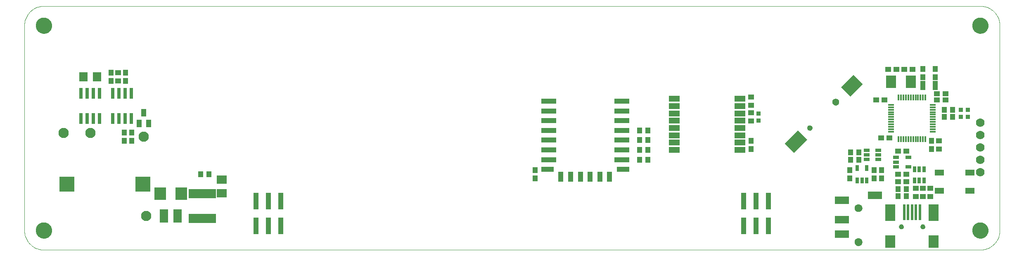
<source format=gts>
G75*
G70*
%OFA0B0*%
%FSLAX24Y24*%
%IPPOS*%
%LPD*%
%AMOC8*
5,1,8,0,0,1.08239X$1,22.5*
%
%ADD10C,0.0000*%
%ADD11C,0.1300*%
%ADD12R,0.0473X0.0434*%
%ADD13R,0.1064X0.1516*%
%ADD14R,0.1064X0.1418*%
%ADD15C,0.0434*%
%ADD16C,0.0552*%
%ADD17R,0.0434X0.0473*%
%ADD18R,0.0355X0.0355*%
%ADD19R,0.0827X0.1024*%
%ADD20R,0.0827X0.1339*%
%ADD21R,0.0237X0.1260*%
%ADD22C,0.0394*%
%ADD23R,0.0512X0.0257*%
%ADD24R,0.1221X0.1221*%
%ADD25R,0.0276X0.0906*%
%ADD26R,0.0434X0.0591*%
%ADD27R,0.0670X0.0750*%
%ADD28C,0.0827*%
%ADD29R,0.0946X0.1024*%
%ADD30R,0.2205X0.0768*%
%ADD31R,0.0670X0.1103*%
%ADD32R,0.0827X0.0670*%
%ADD33R,0.0749X0.0473*%
%ADD34R,0.0158X0.0512*%
%ADD35R,0.0512X0.0158*%
%ADD36C,0.0700*%
%ADD37R,0.0276X0.0512*%
%ADD38R,0.0512X0.0276*%
%ADD39R,0.1142X0.0631*%
%ADD40C,0.0631*%
%ADD41R,0.0827X0.0985*%
%ADD42R,0.0257X0.0512*%
%ADD43R,0.0434X0.0749*%
%ADD44R,0.0900X0.0460*%
%ADD45R,0.0440X0.1340*%
%ADD46R,0.0434X0.0827*%
%ADD47R,0.1024X0.0434*%
%ADD48R,0.1221X0.0434*%
D10*
X001725Y000937D02*
X077315Y000937D01*
X076685Y002512D02*
X076687Y002562D01*
X076693Y002612D01*
X076703Y002661D01*
X076717Y002709D01*
X076734Y002756D01*
X076755Y002801D01*
X076780Y002845D01*
X076808Y002886D01*
X076840Y002925D01*
X076874Y002962D01*
X076911Y002996D01*
X076951Y003026D01*
X076993Y003053D01*
X077037Y003077D01*
X077083Y003098D01*
X077130Y003114D01*
X077178Y003127D01*
X077228Y003136D01*
X077277Y003141D01*
X077328Y003142D01*
X077378Y003139D01*
X077427Y003132D01*
X077476Y003121D01*
X077524Y003106D01*
X077570Y003088D01*
X077615Y003066D01*
X077658Y003040D01*
X077699Y003011D01*
X077738Y002979D01*
X077774Y002944D01*
X077806Y002906D01*
X077836Y002866D01*
X077863Y002823D01*
X077886Y002779D01*
X077905Y002733D01*
X077921Y002685D01*
X077933Y002636D01*
X077941Y002587D01*
X077945Y002537D01*
X077945Y002487D01*
X077941Y002437D01*
X077933Y002388D01*
X077921Y002339D01*
X077905Y002291D01*
X077886Y002245D01*
X077863Y002201D01*
X077836Y002158D01*
X077806Y002118D01*
X077774Y002080D01*
X077738Y002045D01*
X077699Y002013D01*
X077658Y001984D01*
X077615Y001958D01*
X077570Y001936D01*
X077524Y001918D01*
X077476Y001903D01*
X077427Y001892D01*
X077378Y001885D01*
X077328Y001882D01*
X077277Y001883D01*
X077228Y001888D01*
X077178Y001897D01*
X077130Y001910D01*
X077083Y001926D01*
X077037Y001947D01*
X076993Y001971D01*
X076951Y001998D01*
X076911Y002028D01*
X076874Y002062D01*
X076840Y002099D01*
X076808Y002138D01*
X076780Y002179D01*
X076755Y002223D01*
X076734Y002268D01*
X076717Y002315D01*
X076703Y002363D01*
X076693Y002412D01*
X076687Y002462D01*
X076685Y002512D01*
X077315Y000937D02*
X077392Y000939D01*
X077469Y000945D01*
X077546Y000954D01*
X077622Y000967D01*
X077698Y000984D01*
X077772Y001005D01*
X077846Y001029D01*
X077918Y001057D01*
X077988Y001088D01*
X078057Y001123D01*
X078125Y001161D01*
X078190Y001202D01*
X078253Y001247D01*
X078314Y001295D01*
X078373Y001345D01*
X078429Y001398D01*
X078482Y001454D01*
X078532Y001513D01*
X078580Y001574D01*
X078625Y001637D01*
X078666Y001702D01*
X078704Y001770D01*
X078739Y001839D01*
X078770Y001909D01*
X078798Y001981D01*
X078822Y002055D01*
X078843Y002129D01*
X078860Y002205D01*
X078873Y002281D01*
X078882Y002358D01*
X078888Y002435D01*
X078890Y002512D01*
X078890Y019048D01*
X076685Y019048D02*
X076687Y019098D01*
X076693Y019148D01*
X076703Y019197D01*
X076717Y019245D01*
X076734Y019292D01*
X076755Y019337D01*
X076780Y019381D01*
X076808Y019422D01*
X076840Y019461D01*
X076874Y019498D01*
X076911Y019532D01*
X076951Y019562D01*
X076993Y019589D01*
X077037Y019613D01*
X077083Y019634D01*
X077130Y019650D01*
X077178Y019663D01*
X077228Y019672D01*
X077277Y019677D01*
X077328Y019678D01*
X077378Y019675D01*
X077427Y019668D01*
X077476Y019657D01*
X077524Y019642D01*
X077570Y019624D01*
X077615Y019602D01*
X077658Y019576D01*
X077699Y019547D01*
X077738Y019515D01*
X077774Y019480D01*
X077806Y019442D01*
X077836Y019402D01*
X077863Y019359D01*
X077886Y019315D01*
X077905Y019269D01*
X077921Y019221D01*
X077933Y019172D01*
X077941Y019123D01*
X077945Y019073D01*
X077945Y019023D01*
X077941Y018973D01*
X077933Y018924D01*
X077921Y018875D01*
X077905Y018827D01*
X077886Y018781D01*
X077863Y018737D01*
X077836Y018694D01*
X077806Y018654D01*
X077774Y018616D01*
X077738Y018581D01*
X077699Y018549D01*
X077658Y018520D01*
X077615Y018494D01*
X077570Y018472D01*
X077524Y018454D01*
X077476Y018439D01*
X077427Y018428D01*
X077378Y018421D01*
X077328Y018418D01*
X077277Y018419D01*
X077228Y018424D01*
X077178Y018433D01*
X077130Y018446D01*
X077083Y018462D01*
X077037Y018483D01*
X076993Y018507D01*
X076951Y018534D01*
X076911Y018564D01*
X076874Y018598D01*
X076840Y018635D01*
X076808Y018674D01*
X076780Y018715D01*
X076755Y018759D01*
X076734Y018804D01*
X076717Y018851D01*
X076703Y018899D01*
X076693Y018948D01*
X076687Y018998D01*
X076685Y019048D01*
X077315Y020623D02*
X077392Y020621D01*
X077469Y020615D01*
X077546Y020606D01*
X077622Y020593D01*
X077698Y020576D01*
X077772Y020555D01*
X077846Y020531D01*
X077918Y020503D01*
X077988Y020472D01*
X078057Y020437D01*
X078125Y020399D01*
X078190Y020358D01*
X078253Y020313D01*
X078314Y020265D01*
X078373Y020215D01*
X078429Y020162D01*
X078482Y020106D01*
X078532Y020047D01*
X078580Y019986D01*
X078625Y019923D01*
X078666Y019858D01*
X078704Y019790D01*
X078739Y019721D01*
X078770Y019651D01*
X078798Y019579D01*
X078822Y019505D01*
X078843Y019431D01*
X078860Y019355D01*
X078873Y019279D01*
X078882Y019202D01*
X078888Y019125D01*
X078890Y019048D01*
X077315Y020622D02*
X001725Y020622D01*
X001095Y019048D02*
X001097Y019098D01*
X001103Y019148D01*
X001113Y019197D01*
X001127Y019245D01*
X001144Y019292D01*
X001165Y019337D01*
X001190Y019381D01*
X001218Y019422D01*
X001250Y019461D01*
X001284Y019498D01*
X001321Y019532D01*
X001361Y019562D01*
X001403Y019589D01*
X001447Y019613D01*
X001493Y019634D01*
X001540Y019650D01*
X001588Y019663D01*
X001638Y019672D01*
X001687Y019677D01*
X001738Y019678D01*
X001788Y019675D01*
X001837Y019668D01*
X001886Y019657D01*
X001934Y019642D01*
X001980Y019624D01*
X002025Y019602D01*
X002068Y019576D01*
X002109Y019547D01*
X002148Y019515D01*
X002184Y019480D01*
X002216Y019442D01*
X002246Y019402D01*
X002273Y019359D01*
X002296Y019315D01*
X002315Y019269D01*
X002331Y019221D01*
X002343Y019172D01*
X002351Y019123D01*
X002355Y019073D01*
X002355Y019023D01*
X002351Y018973D01*
X002343Y018924D01*
X002331Y018875D01*
X002315Y018827D01*
X002296Y018781D01*
X002273Y018737D01*
X002246Y018694D01*
X002216Y018654D01*
X002184Y018616D01*
X002148Y018581D01*
X002109Y018549D01*
X002068Y018520D01*
X002025Y018494D01*
X001980Y018472D01*
X001934Y018454D01*
X001886Y018439D01*
X001837Y018428D01*
X001788Y018421D01*
X001738Y018418D01*
X001687Y018419D01*
X001638Y018424D01*
X001588Y018433D01*
X001540Y018446D01*
X001493Y018462D01*
X001447Y018483D01*
X001403Y018507D01*
X001361Y018534D01*
X001321Y018564D01*
X001284Y018598D01*
X001250Y018635D01*
X001218Y018674D01*
X001190Y018715D01*
X001165Y018759D01*
X001144Y018804D01*
X001127Y018851D01*
X001113Y018899D01*
X001103Y018948D01*
X001097Y018998D01*
X001095Y019048D01*
X000150Y019048D02*
X000152Y019125D01*
X000158Y019202D01*
X000167Y019279D01*
X000180Y019355D01*
X000197Y019431D01*
X000218Y019505D01*
X000242Y019579D01*
X000270Y019651D01*
X000301Y019721D01*
X000336Y019790D01*
X000374Y019858D01*
X000415Y019923D01*
X000460Y019986D01*
X000508Y020047D01*
X000558Y020106D01*
X000611Y020162D01*
X000667Y020215D01*
X000726Y020265D01*
X000787Y020313D01*
X000850Y020358D01*
X000915Y020399D01*
X000983Y020437D01*
X001052Y020472D01*
X001122Y020503D01*
X001194Y020531D01*
X001268Y020555D01*
X001342Y020576D01*
X001418Y020593D01*
X001494Y020606D01*
X001571Y020615D01*
X001648Y020621D01*
X001725Y020623D01*
X000150Y019048D02*
X000150Y002512D01*
X001095Y002512D02*
X001097Y002562D01*
X001103Y002612D01*
X001113Y002661D01*
X001127Y002709D01*
X001144Y002756D01*
X001165Y002801D01*
X001190Y002845D01*
X001218Y002886D01*
X001250Y002925D01*
X001284Y002962D01*
X001321Y002996D01*
X001361Y003026D01*
X001403Y003053D01*
X001447Y003077D01*
X001493Y003098D01*
X001540Y003114D01*
X001588Y003127D01*
X001638Y003136D01*
X001687Y003141D01*
X001738Y003142D01*
X001788Y003139D01*
X001837Y003132D01*
X001886Y003121D01*
X001934Y003106D01*
X001980Y003088D01*
X002025Y003066D01*
X002068Y003040D01*
X002109Y003011D01*
X002148Y002979D01*
X002184Y002944D01*
X002216Y002906D01*
X002246Y002866D01*
X002273Y002823D01*
X002296Y002779D01*
X002315Y002733D01*
X002331Y002685D01*
X002343Y002636D01*
X002351Y002587D01*
X002355Y002537D01*
X002355Y002487D01*
X002351Y002437D01*
X002343Y002388D01*
X002331Y002339D01*
X002315Y002291D01*
X002296Y002245D01*
X002273Y002201D01*
X002246Y002158D01*
X002216Y002118D01*
X002184Y002080D01*
X002148Y002045D01*
X002109Y002013D01*
X002068Y001984D01*
X002025Y001958D01*
X001980Y001936D01*
X001934Y001918D01*
X001886Y001903D01*
X001837Y001892D01*
X001788Y001885D01*
X001738Y001882D01*
X001687Y001883D01*
X001638Y001888D01*
X001588Y001897D01*
X001540Y001910D01*
X001493Y001926D01*
X001447Y001947D01*
X001403Y001971D01*
X001361Y001998D01*
X001321Y002028D01*
X001284Y002062D01*
X001250Y002099D01*
X001218Y002138D01*
X001190Y002179D01*
X001165Y002223D01*
X001144Y002268D01*
X001127Y002315D01*
X001113Y002363D01*
X001103Y002412D01*
X001097Y002462D01*
X001095Y002512D01*
X000150Y002512D02*
X000152Y002435D01*
X000158Y002358D01*
X000167Y002281D01*
X000180Y002205D01*
X000197Y002129D01*
X000218Y002055D01*
X000242Y001981D01*
X000270Y001909D01*
X000301Y001839D01*
X000336Y001770D01*
X000374Y001702D01*
X000415Y001637D01*
X000460Y001574D01*
X000508Y001513D01*
X000558Y001454D01*
X000611Y001398D01*
X000667Y001345D01*
X000726Y001295D01*
X000787Y001247D01*
X000850Y001202D01*
X000915Y001161D01*
X000983Y001123D01*
X001052Y001088D01*
X001122Y001057D01*
X001194Y001029D01*
X001268Y001005D01*
X001342Y000984D01*
X001418Y000967D01*
X001494Y000954D01*
X001571Y000945D01*
X001648Y000939D01*
X001725Y000937D01*
X063349Y010790D02*
X063351Y010817D01*
X063357Y010844D01*
X063366Y010870D01*
X063379Y010894D01*
X063395Y010917D01*
X063414Y010936D01*
X063436Y010953D01*
X063460Y010967D01*
X063485Y010977D01*
X063512Y010984D01*
X063539Y010987D01*
X063567Y010986D01*
X063594Y010981D01*
X063620Y010973D01*
X063644Y010961D01*
X063667Y010945D01*
X063688Y010927D01*
X063705Y010906D01*
X063720Y010882D01*
X063731Y010857D01*
X063739Y010831D01*
X063743Y010804D01*
X063743Y010776D01*
X063739Y010749D01*
X063731Y010723D01*
X063720Y010698D01*
X063705Y010674D01*
X063688Y010653D01*
X063667Y010635D01*
X063645Y010619D01*
X063620Y010607D01*
X063594Y010599D01*
X063567Y010594D01*
X063539Y010593D01*
X063512Y010596D01*
X063485Y010603D01*
X063460Y010613D01*
X063436Y010627D01*
X063414Y010644D01*
X063395Y010663D01*
X063379Y010686D01*
X063366Y010710D01*
X063357Y010736D01*
X063351Y010763D01*
X063349Y010790D01*
X065378Y012878D02*
X065380Y012909D01*
X065386Y012940D01*
X065395Y012970D01*
X065408Y012999D01*
X065425Y013026D01*
X065445Y013050D01*
X065467Y013072D01*
X065493Y013091D01*
X065520Y013107D01*
X065549Y013119D01*
X065579Y013128D01*
X065610Y013133D01*
X065642Y013134D01*
X065673Y013131D01*
X065704Y013124D01*
X065734Y013114D01*
X065762Y013100D01*
X065788Y013082D01*
X065812Y013062D01*
X065833Y013038D01*
X065852Y013013D01*
X065867Y012985D01*
X065878Y012956D01*
X065886Y012925D01*
X065890Y012894D01*
X065890Y012862D01*
X065886Y012831D01*
X065878Y012800D01*
X065867Y012771D01*
X065852Y012743D01*
X065833Y012718D01*
X065812Y012694D01*
X065788Y012674D01*
X065762Y012656D01*
X065734Y012642D01*
X065704Y012632D01*
X065673Y012625D01*
X065642Y012622D01*
X065610Y012623D01*
X065579Y012628D01*
X065549Y012637D01*
X065520Y012649D01*
X065493Y012665D01*
X065467Y012684D01*
X065445Y012706D01*
X065425Y012730D01*
X065408Y012757D01*
X065395Y012786D01*
X065386Y012816D01*
X065380Y012847D01*
X065378Y012878D01*
X067178Y004323D02*
X067180Y004357D01*
X067186Y004391D01*
X067196Y004424D01*
X067209Y004455D01*
X067227Y004485D01*
X067247Y004513D01*
X067271Y004538D01*
X067297Y004560D01*
X067325Y004578D01*
X067356Y004594D01*
X067388Y004606D01*
X067422Y004614D01*
X067456Y004618D01*
X067490Y004618D01*
X067524Y004614D01*
X067558Y004606D01*
X067590Y004594D01*
X067620Y004578D01*
X067649Y004560D01*
X067675Y004538D01*
X067699Y004513D01*
X067719Y004485D01*
X067737Y004455D01*
X067750Y004424D01*
X067760Y004391D01*
X067766Y004357D01*
X067768Y004323D01*
X067766Y004289D01*
X067760Y004255D01*
X067750Y004222D01*
X067737Y004191D01*
X067719Y004161D01*
X067699Y004133D01*
X067675Y004108D01*
X067649Y004086D01*
X067621Y004068D01*
X067590Y004052D01*
X067558Y004040D01*
X067524Y004032D01*
X067490Y004028D01*
X067456Y004028D01*
X067422Y004032D01*
X067388Y004040D01*
X067356Y004052D01*
X067325Y004068D01*
X067297Y004086D01*
X067271Y004108D01*
X067247Y004133D01*
X067227Y004161D01*
X067209Y004191D01*
X067196Y004222D01*
X067186Y004255D01*
X067180Y004289D01*
X067178Y004323D01*
X070760Y002807D02*
X070762Y002833D01*
X070768Y002859D01*
X070778Y002884D01*
X070791Y002907D01*
X070807Y002927D01*
X070827Y002945D01*
X070849Y002960D01*
X070872Y002972D01*
X070898Y002980D01*
X070924Y002984D01*
X070950Y002984D01*
X070976Y002980D01*
X071002Y002972D01*
X071026Y002960D01*
X071047Y002945D01*
X071067Y002927D01*
X071083Y002907D01*
X071096Y002884D01*
X071106Y002859D01*
X071112Y002833D01*
X071114Y002807D01*
X071112Y002781D01*
X071106Y002755D01*
X071096Y002730D01*
X071083Y002707D01*
X071067Y002687D01*
X071047Y002669D01*
X071025Y002654D01*
X071002Y002642D01*
X070976Y002634D01*
X070950Y002630D01*
X070924Y002630D01*
X070898Y002634D01*
X070872Y002642D01*
X070848Y002654D01*
X070827Y002669D01*
X070807Y002687D01*
X070791Y002707D01*
X070778Y002730D01*
X070768Y002755D01*
X070762Y002781D01*
X070760Y002807D01*
X072493Y002807D02*
X072495Y002833D01*
X072501Y002859D01*
X072511Y002884D01*
X072524Y002907D01*
X072540Y002927D01*
X072560Y002945D01*
X072582Y002960D01*
X072605Y002972D01*
X072631Y002980D01*
X072657Y002984D01*
X072683Y002984D01*
X072709Y002980D01*
X072735Y002972D01*
X072759Y002960D01*
X072780Y002945D01*
X072800Y002927D01*
X072816Y002907D01*
X072829Y002884D01*
X072839Y002859D01*
X072845Y002833D01*
X072847Y002807D01*
X072845Y002781D01*
X072839Y002755D01*
X072829Y002730D01*
X072816Y002707D01*
X072800Y002687D01*
X072780Y002669D01*
X072758Y002654D01*
X072735Y002642D01*
X072709Y002634D01*
X072683Y002630D01*
X072657Y002630D01*
X072631Y002634D01*
X072605Y002642D01*
X072581Y002654D01*
X072560Y002669D01*
X072540Y002687D01*
X072524Y002707D01*
X072511Y002730D01*
X072501Y002755D01*
X072495Y002781D01*
X072493Y002807D01*
X067178Y001567D02*
X067180Y001601D01*
X067186Y001635D01*
X067196Y001668D01*
X067209Y001699D01*
X067227Y001729D01*
X067247Y001757D01*
X067271Y001782D01*
X067297Y001804D01*
X067325Y001822D01*
X067356Y001838D01*
X067388Y001850D01*
X067422Y001858D01*
X067456Y001862D01*
X067490Y001862D01*
X067524Y001858D01*
X067558Y001850D01*
X067590Y001838D01*
X067620Y001822D01*
X067649Y001804D01*
X067675Y001782D01*
X067699Y001757D01*
X067719Y001729D01*
X067737Y001699D01*
X067750Y001668D01*
X067760Y001635D01*
X067766Y001601D01*
X067768Y001567D01*
X067766Y001533D01*
X067760Y001499D01*
X067750Y001466D01*
X067737Y001435D01*
X067719Y001405D01*
X067699Y001377D01*
X067675Y001352D01*
X067649Y001330D01*
X067621Y001312D01*
X067590Y001296D01*
X067558Y001284D01*
X067524Y001276D01*
X067490Y001272D01*
X067456Y001272D01*
X067422Y001276D01*
X067388Y001284D01*
X067356Y001296D01*
X067325Y001312D01*
X067297Y001330D01*
X067271Y001352D01*
X067247Y001377D01*
X067227Y001405D01*
X067209Y001435D01*
X067196Y001466D01*
X067186Y001499D01*
X067180Y001533D01*
X067178Y001567D01*
D11*
X077315Y002512D03*
X077315Y019048D03*
X001725Y019048D03*
X001725Y002512D03*
D12*
X007729Y014579D03*
X007729Y015248D03*
X058811Y013280D03*
X058811Y012611D03*
X058811Y012000D03*
X058811Y011331D03*
X068910Y013044D03*
X069579Y013044D03*
X073831Y013044D03*
X074500Y013044D03*
X074500Y013536D03*
X073831Y013536D03*
X071843Y015504D03*
X071174Y015504D03*
X070563Y015504D03*
X069894Y015504D03*
X069973Y009993D03*
X069304Y009993D03*
X070681Y008910D03*
X071351Y008910D03*
X073969Y009067D03*
X073969Y009737D03*
X071351Y007040D03*
X070681Y007040D03*
X070681Y006449D03*
X071351Y006449D03*
X072099Y005898D03*
X072689Y005898D03*
X073280Y005898D03*
X073280Y005229D03*
X072689Y005229D03*
X072099Y005229D03*
D13*
G36*
X062591Y010588D02*
X063344Y009835D01*
X062273Y008764D01*
X061520Y009517D01*
X062591Y010588D01*
G37*
D14*
G36*
X067081Y015077D02*
X067833Y014325D01*
X066831Y013323D01*
X066079Y014075D01*
X067081Y015077D01*
G37*
D15*
X063546Y010790D03*
D16*
X065634Y012878D03*
D17*
X072689Y014874D03*
X073674Y014874D03*
X073674Y015544D03*
X072689Y015544D03*
X074422Y012256D03*
X075091Y012256D03*
X075091Y011666D03*
X074422Y011666D03*
X073378Y009737D03*
X073378Y009067D03*
X067512Y008811D03*
X066843Y008811D03*
X066843Y008221D03*
X067512Y008221D03*
X066784Y007374D03*
X068752Y007374D03*
X069343Y007374D03*
X069343Y006705D03*
X068752Y006705D03*
X066784Y006705D03*
X070681Y005859D03*
X071351Y005859D03*
X071351Y005268D03*
X070681Y005268D03*
X058811Y009067D03*
X058811Y009737D03*
X050485Y009796D03*
X049815Y009796D03*
X049815Y010583D03*
X050485Y010583D03*
X050485Y009008D03*
X049815Y009008D03*
X049815Y008221D03*
X050485Y008221D03*
X041390Y007374D03*
X041390Y006705D03*
X015052Y007040D03*
X014382Y007040D03*
X008811Y009756D03*
X008221Y009756D03*
X008221Y010426D03*
X008811Y010426D03*
X008319Y014579D03*
X007138Y014579D03*
X007138Y015248D03*
X008319Y015248D03*
D18*
X059402Y011961D03*
X059402Y011370D03*
X075741Y011666D03*
X076331Y011666D03*
X076331Y012256D03*
X075741Y012256D03*
D19*
X073556Y001626D03*
X070052Y001626D03*
D20*
X070052Y003949D03*
X073556Y003949D03*
D21*
X072433Y003989D03*
X072119Y003989D03*
X071804Y003989D03*
X071489Y003989D03*
X071174Y003989D03*
D22*
X070937Y002807D03*
X072670Y002807D03*
D23*
X071528Y007650D03*
X070504Y007650D03*
X070504Y008024D03*
X070504Y008398D03*
X071528Y008398D03*
D24*
X009717Y006252D03*
X003575Y006252D03*
D25*
X004715Y011528D03*
X005215Y011528D03*
X005715Y011528D03*
X006215Y011528D03*
X007274Y011528D03*
X007774Y011528D03*
X008274Y011528D03*
X008774Y011528D03*
X008774Y013575D03*
X008274Y013575D03*
X007774Y013575D03*
X007274Y013575D03*
X006215Y013575D03*
X005715Y013575D03*
X005215Y013575D03*
X004715Y013575D03*
D26*
X009796Y012000D03*
X010170Y011134D03*
X009422Y011134D03*
D27*
X006025Y014914D03*
X004905Y014914D03*
D28*
X005465Y010386D03*
X003300Y010386D03*
X009796Y010091D03*
X009993Y003693D03*
D29*
X011115Y005465D03*
X012807Y005465D03*
D30*
X014520Y005485D03*
X014520Y003477D03*
D31*
X012512Y003693D03*
X011410Y003693D03*
D32*
X016095Y005504D03*
X016095Y006607D03*
D33*
X074028Y007178D03*
X076469Y007178D03*
X076469Y005721D03*
X074028Y005721D03*
D34*
X072886Y009894D03*
X072689Y009894D03*
X072493Y009894D03*
X072296Y009894D03*
X072099Y009894D03*
X071902Y009894D03*
X071705Y009894D03*
X071508Y009894D03*
X071311Y009894D03*
X071115Y009894D03*
X070918Y009894D03*
X070721Y009894D03*
X070721Y013241D03*
X070918Y013241D03*
X071115Y013241D03*
X071311Y013241D03*
X071508Y013241D03*
X071705Y013241D03*
X071902Y013241D03*
X072099Y013241D03*
X072296Y013241D03*
X072493Y013241D03*
X072689Y013241D03*
X072886Y013241D03*
D35*
X073477Y012650D03*
X073477Y012453D03*
X073477Y012256D03*
X073477Y012059D03*
X073477Y011863D03*
X073477Y011666D03*
X073477Y011469D03*
X073477Y011272D03*
X073477Y011075D03*
X073477Y010878D03*
X073477Y010681D03*
X073477Y010485D03*
X070130Y010485D03*
X070130Y010681D03*
X070130Y010878D03*
X070130Y011075D03*
X070130Y011272D03*
X070130Y011469D03*
X070130Y011666D03*
X070130Y011863D03*
X070130Y012059D03*
X070130Y012256D03*
X070130Y012453D03*
X070130Y012650D03*
D36*
X077315Y011205D03*
X077315Y010205D03*
X077315Y009205D03*
X077315Y008205D03*
X077315Y007205D03*
D37*
X072768Y007433D03*
X072394Y007433D03*
X072020Y007433D03*
X072020Y006528D03*
X072394Y006528D03*
X072768Y006528D03*
D38*
X069067Y008241D03*
X068162Y008241D03*
X068162Y008615D03*
X069067Y008615D03*
X069067Y008989D03*
X068162Y008989D03*
D39*
X068811Y005347D03*
X066134Y004953D03*
X066134Y003378D03*
X066134Y002197D03*
D40*
X067473Y001567D03*
X067473Y004323D03*
D41*
X070130Y014520D03*
X071705Y014520D03*
D42*
X068142Y007552D03*
X067394Y007552D03*
X067394Y006528D03*
X067768Y006528D03*
X068142Y006528D03*
D43*
X072689Y014225D03*
X073674Y014225D03*
D44*
X057926Y013142D03*
X057926Y012552D03*
X057926Y011961D03*
X057926Y011370D03*
X057926Y010780D03*
X057926Y010189D03*
X057926Y009599D03*
X057926Y009008D03*
X052611Y009008D03*
X052611Y009599D03*
X052611Y010189D03*
X052611Y010780D03*
X052611Y011370D03*
X052611Y011961D03*
X052611Y012552D03*
X052611Y013142D03*
D45*
X058205Y004890D03*
X059205Y004890D03*
X060205Y004890D03*
X060205Y002890D03*
X059205Y002890D03*
X058205Y002890D03*
X020835Y002890D03*
X019835Y002890D03*
X018835Y002890D03*
X018835Y004890D03*
X019835Y004890D03*
X020835Y004890D03*
D46*
X043457Y006843D03*
X044244Y006843D03*
X045032Y006843D03*
X045819Y006843D03*
X046607Y006843D03*
X047394Y006843D03*
D47*
X048477Y007433D03*
X042374Y007433D03*
D48*
X042473Y008221D03*
X042473Y009008D03*
X042473Y009796D03*
X042473Y010583D03*
X042473Y011370D03*
X042473Y012158D03*
X042473Y012945D03*
X048378Y012945D03*
X048378Y012158D03*
X048378Y011370D03*
X048378Y010583D03*
X048378Y009796D03*
X048378Y009008D03*
X048378Y008221D03*
M02*

</source>
